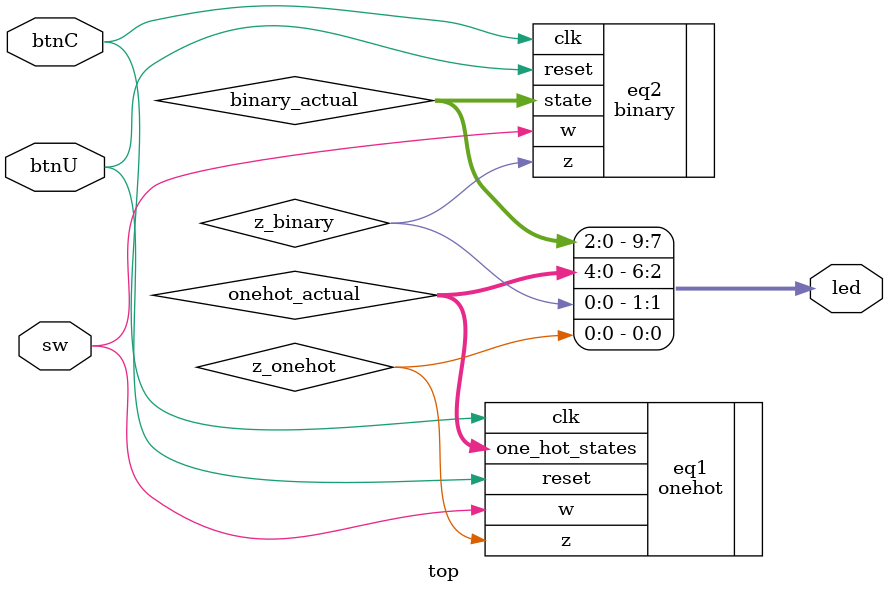
<source format=v>
module top(
    input sw,             // w
    input btnC,           // clk
    input btnU,           // reset
    output [9:0] led      
);

    wire z_onehot, z_binary;
    wire [4:0] onehot_actual;
    wire [2:0] binary_actual;

    onehot eq1(
        .w(sw),
        .clk(btnC),
        .reset(btnU),
        .one_hot_states(onehot_actual),
        .z(z_onehot)
    );

    binary eq2(
        .w(sw),
        .clk(btnC),
        .reset(btnU),
        .state(binary_actual),
        .z(z_binary)
    );

    assign led = {binary_actual, onehot_actual, z_binary, z_onehot};  

endmodule

</source>
